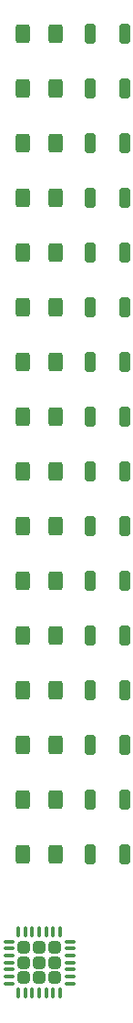
<source format=gbr>
%TF.GenerationSoftware,KiCad,Pcbnew,8.0.4-8.0.4-0~ubuntu22.04.1*%
%TF.CreationDate,2024-08-07T20:42:49+03:00*%
%TF.ProjectId,PM-DI16-DC24sink-front,504d2d44-4931-4362-9d44-43323473696e,rev?*%
%TF.SameCoordinates,Original*%
%TF.FileFunction,Paste,Bot*%
%TF.FilePolarity,Positive*%
%FSLAX46Y46*%
G04 Gerber Fmt 4.6, Leading zero omitted, Abs format (unit mm)*
G04 Created by KiCad (PCBNEW 8.0.4-8.0.4-0~ubuntu22.04.1) date 2024-08-07 20:42:49*
%MOMM*%
%LPD*%
G01*
G04 APERTURE LIST*
G04 Aperture macros list*
%AMRoundRect*
0 Rectangle with rounded corners*
0 $1 Rounding radius*
0 $2 $3 $4 $5 $6 $7 $8 $9 X,Y pos of 4 corners*
0 Add a 4 corners polygon primitive as box body*
4,1,4,$2,$3,$4,$5,$6,$7,$8,$9,$2,$3,0*
0 Add four circle primitives for the rounded corners*
1,1,$1+$1,$2,$3*
1,1,$1+$1,$4,$5*
1,1,$1+$1,$6,$7*
1,1,$1+$1,$8,$9*
0 Add four rect primitives between the rounded corners*
20,1,$1+$1,$2,$3,$4,$5,0*
20,1,$1+$1,$4,$5,$6,$7,0*
20,1,$1+$1,$6,$7,$8,$9,0*
20,1,$1+$1,$8,$9,$2,$3,0*%
G04 Aperture macros list end*
%ADD10RoundRect,0.190000X0.285000X0.710000X-0.285000X0.710000X-0.285000X-0.710000X0.285000X-0.710000X0*%
%ADD11RoundRect,0.250000X-0.400000X-0.625000X0.400000X-0.625000X0.400000X0.625000X-0.400000X0.625000X0*%
%ADD12RoundRect,0.075000X0.075000X0.437500X-0.075000X0.437500X-0.075000X-0.437500X0.075000X-0.437500X0*%
%ADD13RoundRect,0.075000X0.437500X0.075000X-0.437500X0.075000X-0.437500X-0.075000X0.437500X-0.075000X0*%
%ADD14RoundRect,0.250000X0.320000X0.320000X-0.320000X0.320000X-0.320000X-0.320000X0.320000X-0.320000X0*%
G04 APERTURE END LIST*
D10*
%TO.C,D9*%
X75870000Y-97790000D03*
X79070000Y-97790000D03*
%TD*%
%TO.C,D14*%
X75870000Y-123190000D03*
X79070000Y-123190000D03*
%TD*%
D11*
%TO.C,R1*%
X69570000Y-57150000D03*
X72670000Y-57150000D03*
%TD*%
%TO.C,R16*%
X69570000Y-133350000D03*
X72670000Y-133350000D03*
%TD*%
D10*
%TO.C,D6*%
X75870000Y-82550000D03*
X79070000Y-82550000D03*
%TD*%
%TO.C,D2*%
X75870000Y-62230000D03*
X79070000Y-62230000D03*
%TD*%
D12*
%TO.C,U1*%
X73070000Y-140522500D03*
X72420000Y-140522500D03*
X71770000Y-140522500D03*
X71120000Y-140522500D03*
X70470000Y-140522500D03*
X69820000Y-140522500D03*
X69170000Y-140522500D03*
D13*
X68282500Y-141410000D03*
X68282500Y-142060000D03*
X68282500Y-142710000D03*
X68282500Y-143360000D03*
X68282500Y-144010000D03*
X68282500Y-144660000D03*
X68282500Y-145310000D03*
D12*
X69170000Y-146197500D03*
X69820000Y-146197500D03*
X70470000Y-146197500D03*
X71120000Y-146197500D03*
X71770000Y-146197500D03*
X72420000Y-146197500D03*
X73070000Y-146197500D03*
D13*
X73957500Y-145310000D03*
X73957500Y-144660000D03*
X73957500Y-144010000D03*
X73957500Y-143360000D03*
X73957500Y-142710000D03*
X73957500Y-142060000D03*
X73957500Y-141410000D03*
D14*
X69700000Y-141940000D03*
X69700000Y-143360000D03*
X69700000Y-144780000D03*
X71120000Y-141940000D03*
X71120000Y-143360000D03*
X71120000Y-144780000D03*
X72540000Y-141940000D03*
X72540000Y-143360000D03*
X72540000Y-144780000D03*
%TD*%
D10*
%TO.C,D12*%
X75870000Y-113030000D03*
X79070000Y-113030000D03*
%TD*%
%TO.C,D5*%
X75870000Y-77470000D03*
X79070000Y-77470000D03*
%TD*%
D11*
%TO.C,R3*%
X69570000Y-67310000D03*
X72670000Y-67310000D03*
%TD*%
%TO.C,R8*%
X69570000Y-92710000D03*
X72670000Y-92710000D03*
%TD*%
D10*
%TO.C,D7*%
X75870000Y-87630000D03*
X79070000Y-87630000D03*
%TD*%
D11*
%TO.C,R5*%
X69570000Y-77470000D03*
X72670000Y-77470000D03*
%TD*%
D10*
%TO.C,D4*%
X75870000Y-72390000D03*
X79070000Y-72390000D03*
%TD*%
D11*
%TO.C,R15*%
X69570000Y-128270000D03*
X72670000Y-128270000D03*
%TD*%
%TO.C,R6*%
X69570000Y-82550000D03*
X72670000Y-82550000D03*
%TD*%
%TO.C,R14*%
X69570000Y-123190000D03*
X72670000Y-123190000D03*
%TD*%
%TO.C,R4*%
X69570000Y-72390000D03*
X72670000Y-72390000D03*
%TD*%
%TO.C,R7*%
X69570000Y-87630000D03*
X72670000Y-87630000D03*
%TD*%
%TO.C,R13*%
X69570000Y-118110000D03*
X72670000Y-118110000D03*
%TD*%
D10*
%TO.C,D3*%
X75870000Y-67310000D03*
X79070000Y-67310000D03*
%TD*%
%TO.C,D10*%
X75870000Y-102870000D03*
X79070000Y-102870000D03*
%TD*%
%TO.C,D13*%
X75870000Y-118110000D03*
X79070000Y-118110000D03*
%TD*%
D11*
%TO.C,R9*%
X72670000Y-97790000D03*
X69570000Y-97790000D03*
%TD*%
%TO.C,R11*%
X69570000Y-107950000D03*
X72670000Y-107950000D03*
%TD*%
%TO.C,R2*%
X69570000Y-62230000D03*
X72670000Y-62230000D03*
%TD*%
D10*
%TO.C,D1*%
X75870000Y-57150000D03*
X79070000Y-57150000D03*
%TD*%
%TO.C,D11*%
X75870000Y-107950000D03*
X79070000Y-107950000D03*
%TD*%
%TO.C,D16*%
X75870000Y-133350000D03*
X79070000Y-133350000D03*
%TD*%
D11*
%TO.C,R12*%
X69570000Y-113030000D03*
X72670000Y-113030000D03*
%TD*%
D10*
%TO.C,D8*%
X75870000Y-92710000D03*
X79070000Y-92710000D03*
%TD*%
%TO.C,D15*%
X75870000Y-128270000D03*
X79070000Y-128270000D03*
%TD*%
D11*
%TO.C,R10*%
X69570000Y-102870000D03*
X72670000Y-102870000D03*
%TD*%
M02*

</source>
